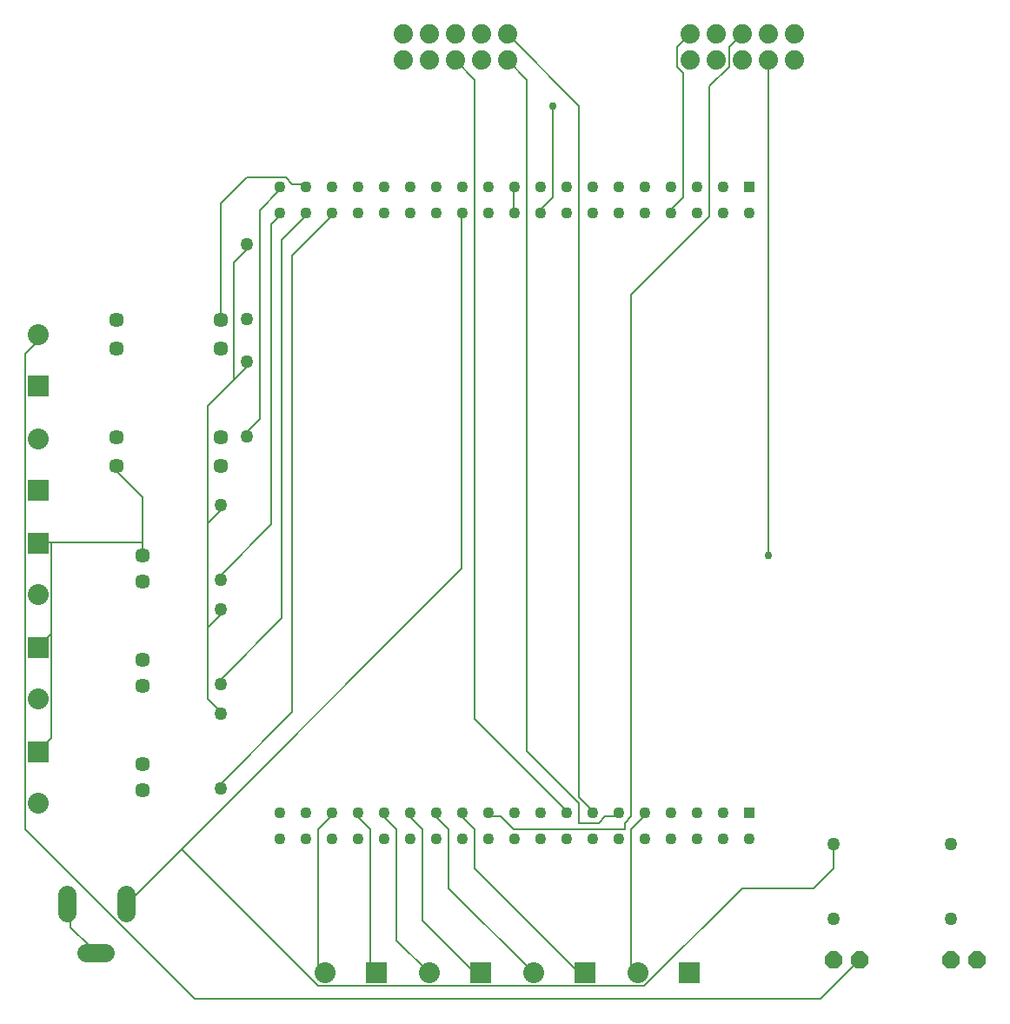
<source format=gbr>
G04 EAGLE Gerber RS-274X export*
G75*
%MOMM*%
%FSLAX34Y34*%
%LPD*%
%INBottom Copper*%
%IPPOS*%
%AMOC8*
5,1,8,0,0,1.08239X$1,22.5*%
G01*
G04 Define Apertures*
%ADD10R,2.032000X2.032000*%
%ADD11C,2.032000*%
%ADD12C,1.450000*%
%ADD13C,1.260000*%
%ADD14C,1.800000*%
%ADD15R,1.108000X1.108000*%
%ADD16C,1.108000*%
%ADD17C,1.453900*%
%ADD18P,1.81452X8X22.5*%
%ADD19C,1.879600*%
%ADD20C,0.152400*%
%ADD21C,0.756400*%
D10*
X50800Y469500D03*
D11*
X50800Y419500D03*
D12*
X152400Y431800D03*
X152400Y457200D03*
D13*
X228600Y506100D03*
X228600Y433700D03*
D10*
X50800Y367900D03*
D11*
X50800Y317900D03*
D12*
X152400Y330200D03*
X152400Y355600D03*
D13*
X228600Y404500D03*
X228600Y332100D03*
D10*
X50800Y266300D03*
D11*
X50800Y216300D03*
D12*
X152400Y228600D03*
X152400Y254000D03*
D13*
X228600Y302900D03*
X228600Y230500D03*
D14*
X79000Y126960D02*
X79000Y108960D01*
X137000Y108960D02*
X137000Y126960D01*
X116000Y69960D02*
X98000Y69960D01*
D15*
X743363Y816500D03*
D16*
X743363Y791100D03*
D15*
X743363Y206900D03*
D16*
X743363Y181500D03*
X717963Y206900D03*
X717963Y181500D03*
X717963Y816500D03*
X717963Y791100D03*
X692563Y816500D03*
X692563Y791100D03*
X667163Y816500D03*
X667163Y791100D03*
X641763Y816500D03*
X641763Y791100D03*
X616363Y816500D03*
X616363Y791100D03*
X590963Y816500D03*
X590963Y791100D03*
X565563Y816500D03*
X565563Y791100D03*
X540163Y816500D03*
X540163Y791100D03*
X514763Y816500D03*
X514763Y791100D03*
X489363Y816500D03*
X489363Y791100D03*
X463963Y816500D03*
X463963Y791100D03*
X438563Y816500D03*
X438563Y791100D03*
X413163Y816500D03*
X413163Y791100D03*
X387763Y816500D03*
X387763Y791100D03*
X362363Y816500D03*
X362363Y791100D03*
X336963Y816500D03*
X336963Y791100D03*
X311563Y816500D03*
X311563Y791100D03*
X286163Y816500D03*
X286163Y791100D03*
X692563Y206900D03*
X692563Y181500D03*
X667163Y206900D03*
X667163Y181500D03*
X641763Y206900D03*
X641763Y181500D03*
X616363Y206900D03*
X616363Y181500D03*
X590963Y206900D03*
X590963Y181500D03*
X565563Y206900D03*
X565563Y181500D03*
X540163Y206900D03*
X540163Y181500D03*
X514763Y206900D03*
X514763Y181500D03*
X489363Y206900D03*
X489363Y181500D03*
X463963Y206900D03*
X463963Y181500D03*
X438563Y206900D03*
X438563Y181500D03*
X413163Y206900D03*
X413163Y181500D03*
X387763Y206900D03*
X387763Y181500D03*
X362363Y206900D03*
X362363Y181500D03*
X336963Y206900D03*
X336963Y181500D03*
X311563Y206900D03*
X311563Y181500D03*
X286163Y206900D03*
X286163Y181500D03*
D10*
X380600Y50800D03*
D11*
X330600Y50800D03*
D10*
X482200Y50800D03*
D11*
X432200Y50800D03*
D10*
X583800Y50800D03*
D11*
X533800Y50800D03*
D10*
X685400Y50800D03*
D11*
X635400Y50800D03*
D17*
X127000Y687050D03*
X127000Y659150D03*
X228600Y659150D03*
X228600Y687050D03*
X127000Y572750D03*
X127000Y544850D03*
X228600Y544850D03*
X228600Y572750D03*
D13*
X254000Y760100D03*
X254000Y687700D03*
D18*
X825500Y63500D03*
X850900Y63500D03*
D13*
X825500Y175900D03*
X825500Y103500D03*
D10*
X50800Y622700D03*
D11*
X50800Y672700D03*
D18*
X939800Y63500D03*
X965200Y63500D03*
D13*
X939800Y175900D03*
X939800Y103500D03*
D10*
X50800Y521100D03*
D11*
X50800Y571100D03*
D13*
X254000Y645800D03*
X254000Y573400D03*
D19*
X685800Y939800D03*
X685800Y965200D03*
X711200Y939800D03*
X711200Y965200D03*
X736600Y939800D03*
X736600Y965200D03*
X762000Y939800D03*
X762000Y965200D03*
X787400Y939800D03*
X787400Y965200D03*
X406400Y939800D03*
X406400Y965200D03*
X431800Y939800D03*
X431800Y965200D03*
X457200Y939800D03*
X457200Y965200D03*
X482600Y939800D03*
X482600Y965200D03*
X508000Y939800D03*
X508000Y965200D03*
D20*
X215900Y317500D02*
X228600Y304800D01*
X215900Y317500D02*
X215900Y387350D01*
X228600Y400050D01*
X228600Y304800D02*
X228600Y302900D01*
X228600Y400050D02*
X228600Y404500D01*
X215900Y488950D02*
X228600Y501650D01*
X215900Y488950D02*
X215900Y387350D01*
X228600Y501650D02*
X228600Y506100D01*
X215900Y603250D02*
X241300Y628650D01*
X254000Y641350D01*
X215900Y603250D02*
X215900Y488950D01*
X254000Y641350D02*
X254000Y645800D01*
X241300Y742950D02*
X254000Y755650D01*
X241300Y742950D02*
X241300Y628650D01*
X254000Y755650D02*
X254000Y760100D01*
X278130Y779780D02*
X285750Y787400D01*
X278130Y779780D02*
X278130Y487680D01*
X228600Y438150D01*
X285750Y787400D02*
X286163Y791100D01*
X228600Y438150D02*
X228600Y433700D01*
X82550Y95250D02*
X101600Y76200D01*
X82550Y95250D02*
X82550Y114300D01*
X101600Y76200D02*
X107000Y69960D01*
X82550Y114300D02*
X79000Y117960D01*
X514350Y793750D02*
X514350Y812800D01*
X514763Y816500D01*
X514350Y793750D02*
X514763Y791100D01*
X666750Y793750D02*
X679450Y806450D01*
X679450Y927100D01*
X673100Y933450D01*
X673100Y952500D01*
X685800Y965200D01*
X666750Y793750D02*
X667163Y791100D01*
X152400Y514350D02*
X127000Y539750D01*
X152400Y469900D02*
X152400Y457200D01*
X152400Y469900D02*
X152400Y514350D01*
X127000Y539750D02*
X127000Y544850D01*
X152400Y469900D02*
X63500Y469900D01*
X50800Y469900D01*
X50800Y469500D01*
X63500Y381000D02*
X50800Y368300D01*
X63500Y381000D02*
X63500Y469900D01*
X50800Y368300D02*
X50800Y367900D01*
X63500Y279400D02*
X50800Y266700D01*
X63500Y279400D02*
X63500Y381000D01*
X50800Y266700D02*
X50800Y266300D01*
X288290Y764540D02*
X311150Y787400D01*
X288290Y764540D02*
X288290Y396240D01*
X228600Y336550D01*
X311150Y787400D02*
X311563Y791100D01*
X228600Y336550D02*
X228600Y332100D01*
X298450Y749300D02*
X336550Y787400D01*
X298450Y749300D02*
X298450Y304800D01*
X228600Y234950D01*
X336550Y787400D02*
X336963Y791100D01*
X228600Y234950D02*
X228600Y230500D01*
X463550Y444500D02*
X463550Y787400D01*
X190500Y171450D02*
X139700Y120650D01*
X190500Y171450D02*
X463550Y444500D01*
X463550Y787400D02*
X463963Y791100D01*
X139700Y120650D02*
X137000Y117960D01*
X736600Y133350D02*
X806450Y133350D01*
X736600Y133350D02*
X641350Y38100D01*
X323850Y38100D01*
X190500Y171450D01*
X825500Y175900D02*
X825500Y152400D01*
X806450Y133350D01*
X400050Y190500D02*
X387350Y203200D01*
X400050Y190500D02*
X400050Y82550D01*
X431800Y50800D01*
X387350Y203200D02*
X387763Y206900D01*
X431800Y50800D02*
X432200Y50800D01*
X476250Y190500D02*
X463550Y203200D01*
X476250Y190500D02*
X476250Y152400D01*
X577850Y50800D01*
X463550Y203200D02*
X463963Y206900D01*
X577850Y50800D02*
X583800Y50800D01*
X374650Y190500D02*
X361950Y203200D01*
X374650Y190500D02*
X374650Y50800D01*
X361950Y203200D02*
X362363Y206900D01*
X374650Y50800D02*
X380600Y50800D01*
X450850Y190500D02*
X438150Y203200D01*
X450850Y190500D02*
X450850Y133350D01*
X533400Y50800D01*
X438150Y203200D02*
X438563Y206900D01*
X533400Y50800D02*
X533800Y50800D01*
X425450Y190500D02*
X412750Y203200D01*
X425450Y190500D02*
X425450Y101600D01*
X476250Y50800D01*
X412750Y203200D02*
X413163Y206900D01*
X476250Y50800D02*
X482200Y50800D01*
X539750Y793750D02*
X552450Y806450D01*
X552450Y895350D01*
X539750Y793750D02*
X540163Y791100D01*
D21*
X552450Y895350D03*
D20*
X641350Y203200D02*
X628650Y190500D01*
X628650Y57150D01*
X635000Y50800D01*
X641350Y203200D02*
X641763Y206900D01*
X635400Y50800D02*
X635000Y50800D01*
X311150Y819150D02*
X298450Y819150D01*
X292100Y825500D01*
X228600Y800100D02*
X228600Y687050D01*
X311563Y816500D02*
X311150Y819150D01*
X292100Y825500D02*
X254000Y825500D01*
X228600Y800100D01*
X850900Y63500D02*
X812800Y25400D01*
X203200Y25400D01*
X38100Y190500D01*
X38100Y654050D01*
X50800Y666750D01*
X50800Y672700D01*
X266700Y793750D02*
X285750Y812800D01*
X266700Y793750D02*
X266700Y590550D01*
X254000Y577850D01*
X285750Y812800D02*
X286163Y816500D01*
X254000Y577850D02*
X254000Y573400D01*
X336550Y203200D02*
X323850Y190500D01*
X323850Y57150D01*
X330200Y50800D01*
X336550Y203200D02*
X336963Y206900D01*
X330600Y50800D02*
X330200Y50800D01*
X762000Y457200D02*
X762000Y939800D01*
D21*
X762000Y457200D03*
D20*
X501650Y203200D02*
X488950Y203200D01*
X501650Y203200D02*
X514350Y190500D01*
X622300Y190500D01*
X622300Y196850D01*
X628650Y203200D01*
X628650Y711200D01*
X704850Y787400D01*
X704850Y914400D01*
X723900Y933450D01*
X723900Y952500D01*
X736600Y965200D01*
X489363Y206900D02*
X488950Y203200D01*
X577850Y222250D02*
X590550Y209550D01*
X577850Y222250D02*
X577850Y895350D01*
X508000Y965200D01*
X590550Y209550D02*
X590963Y206900D01*
X565150Y209550D02*
X476250Y298450D01*
X476250Y920750D01*
X457200Y939800D01*
X565150Y209550D02*
X565563Y206900D01*
X603250Y203200D02*
X615950Y203200D01*
X603250Y203200D02*
X596900Y196850D01*
X577850Y196850D01*
X577850Y215900D01*
X527050Y266700D01*
X527050Y920750D01*
X508000Y939800D01*
X616363Y206900D02*
X615950Y203200D01*
M02*

</source>
